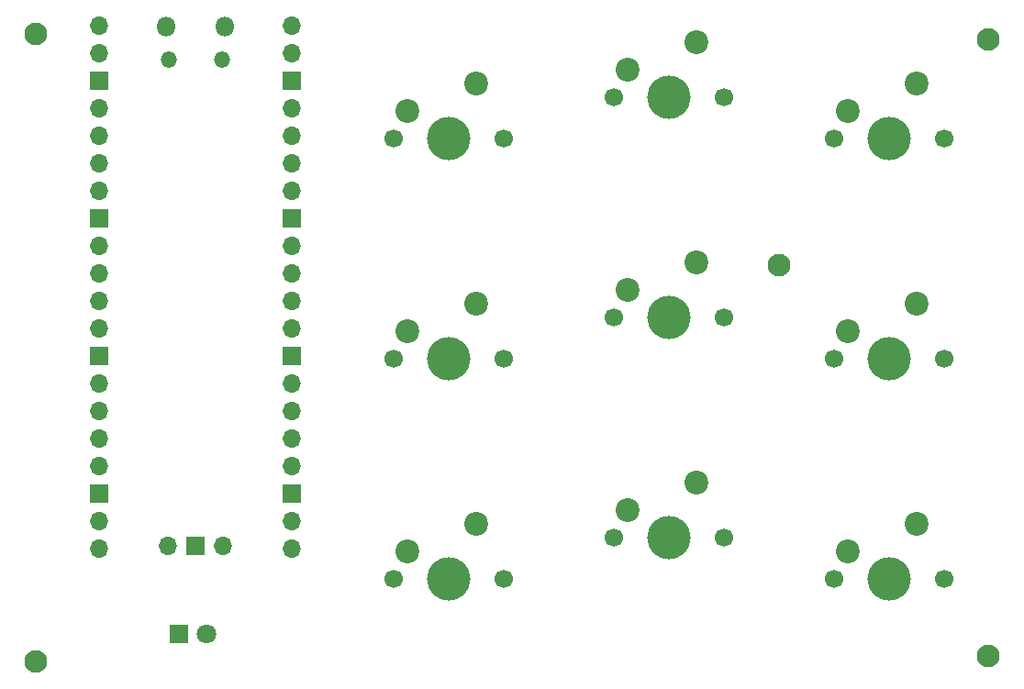
<source format=gbr>
%TF.GenerationSoftware,KiCad,Pcbnew,(5.1.12)-1*%
%TF.CreationDate,2021-12-08T14:13:04+05:30*%
%TF.ProjectId,macropad,6d616372-6f70-4616-942e-6b696361645f,rev?*%
%TF.SameCoordinates,Original*%
%TF.FileFunction,Soldermask,Top*%
%TF.FilePolarity,Negative*%
%FSLAX46Y46*%
G04 Gerber Fmt 4.6, Leading zero omitted, Abs format (unit mm)*
G04 Created by KiCad (PCBNEW (5.1.12)-1) date 2021-12-08 14:13:04*
%MOMM*%
%LPD*%
G01*
G04 APERTURE LIST*
%ADD10C,2.100000*%
%ADD11R,1.800000X1.800000*%
%ADD12C,1.800000*%
%ADD13C,2.200000*%
%ADD14C,4.000000*%
%ADD15C,1.700000*%
%ADD16O,1.700000X1.700000*%
%ADD17R,1.700000X1.700000*%
%ADD18O,1.800000X1.800000*%
%ADD19O,1.500000X1.500000*%
G04 APERTURE END LIST*
D10*
%TO.C,REF\u002A\u002A*%
X137160000Y-77724000D03*
%TD*%
%TO.C,REF\u002A\u002A*%
X68580000Y-56388000D03*
%TD*%
%TO.C,REF\u002A\u002A*%
X156464000Y-113792000D03*
%TD*%
%TO.C,REF\u002A\u002A*%
X156464000Y-56896000D03*
%TD*%
%TO.C,REF\u002A\u002A*%
X68580000Y-114300000D03*
%TD*%
D11*
%TO.C,D1*%
X81788000Y-111760000D03*
D12*
X84328000Y-111760000D03*
%TD*%
D13*
%TO.C,SW1*%
X109220000Y-60960000D03*
X102870000Y-63500000D03*
D14*
X106680000Y-66040000D03*
D15*
X101600000Y-66040000D03*
X111760000Y-66040000D03*
%TD*%
%TO.C,SW2*%
X132080000Y-62230000D03*
X121920000Y-62230000D03*
D14*
X127000000Y-62230000D03*
D13*
X123190000Y-59690000D03*
X129540000Y-57150000D03*
%TD*%
%TO.C,SW3*%
X149860000Y-60960000D03*
X143510000Y-63500000D03*
D14*
X147320000Y-66040000D03*
D15*
X142240000Y-66040000D03*
X152400000Y-66040000D03*
%TD*%
%TO.C,SW4*%
X111760000Y-86360000D03*
X101600000Y-86360000D03*
D14*
X106680000Y-86360000D03*
D13*
X102870000Y-83820000D03*
X109220000Y-81280000D03*
%TD*%
%TO.C,SW5*%
X129540000Y-77470000D03*
X123190000Y-80010000D03*
D14*
X127000000Y-82550000D03*
D15*
X121920000Y-82550000D03*
X132080000Y-82550000D03*
%TD*%
%TO.C,SW6*%
X152400000Y-86360000D03*
X142240000Y-86360000D03*
D14*
X147320000Y-86360000D03*
D13*
X143510000Y-83820000D03*
X149860000Y-81280000D03*
%TD*%
%TO.C,SW7*%
X109220000Y-101600000D03*
X102870000Y-104140000D03*
D14*
X106680000Y-106680000D03*
D15*
X101600000Y-106680000D03*
X111760000Y-106680000D03*
%TD*%
%TO.C,SW8*%
X132080000Y-102870000D03*
X121920000Y-102870000D03*
D14*
X127000000Y-102870000D03*
D13*
X123190000Y-100330000D03*
X129540000Y-97790000D03*
%TD*%
%TO.C,SW9*%
X149860000Y-101600000D03*
X143510000Y-104140000D03*
D14*
X147320000Y-106680000D03*
D15*
X142240000Y-106680000D03*
X152400000Y-106680000D03*
%TD*%
D16*
%TO.C,U1*%
X92202000Y-55626000D03*
X92202000Y-58166000D03*
D17*
X92202000Y-60706000D03*
D16*
X92202000Y-63246000D03*
X92202000Y-65786000D03*
X92202000Y-68326000D03*
X92202000Y-70866000D03*
D17*
X92202000Y-73406000D03*
D16*
X92202000Y-75946000D03*
X92202000Y-78486000D03*
X92202000Y-81026000D03*
X92202000Y-83566000D03*
D17*
X92202000Y-86106000D03*
D16*
X92202000Y-88646000D03*
X92202000Y-91186000D03*
X92202000Y-93726000D03*
X92202000Y-96266000D03*
D17*
X92202000Y-98806000D03*
D16*
X92202000Y-101346000D03*
X92202000Y-103886000D03*
X74422000Y-103886000D03*
X74422000Y-101346000D03*
D17*
X74422000Y-98806000D03*
D16*
X74422000Y-96266000D03*
X74422000Y-93726000D03*
X74422000Y-91186000D03*
X74422000Y-88646000D03*
D17*
X74422000Y-86106000D03*
D16*
X74422000Y-83566000D03*
X74422000Y-81026000D03*
X74422000Y-78486000D03*
X74422000Y-75946000D03*
D17*
X74422000Y-73406000D03*
D16*
X74422000Y-70866000D03*
X74422000Y-68326000D03*
X74422000Y-65786000D03*
X74422000Y-63246000D03*
D17*
X74422000Y-60706000D03*
D16*
X74422000Y-58166000D03*
X74422000Y-55626000D03*
D18*
X86037000Y-55756000D03*
X80587000Y-55756000D03*
D19*
X85737000Y-58786000D03*
X80887000Y-58786000D03*
D16*
X85852000Y-103656000D03*
D17*
X83312000Y-103656000D03*
D16*
X80772000Y-103656000D03*
%TD*%
M02*

</source>
